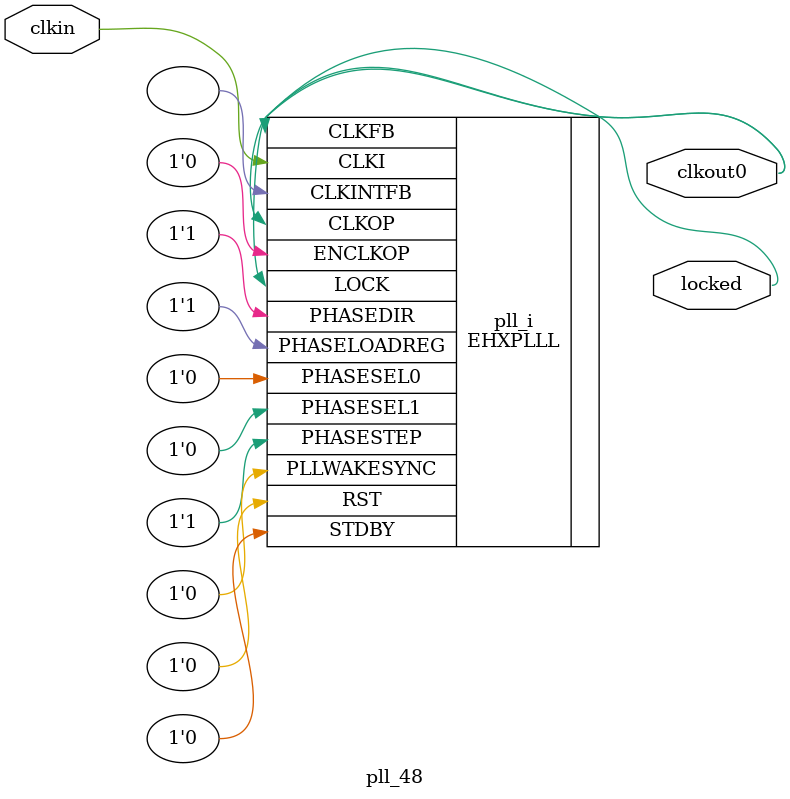
<source format=v>
module pll_48
(
    input wire clkin, // 133.333 MHz, 0 deg
    output wire clkout0, // 48 MHz, 0 deg
    output wire locked
);
(* FREQUENCY_PIN_CLKI="133.333" *)
(* FREQUENCY_PIN_CLKOP="48" *)
(* ICP_CURRENT="12" *) (* LPF_RESISTOR="8" *) (* MFG_ENABLE_FILTEROPAMP="1" *) (* MFG_GMCREF_SEL="2" *)
EHXPLLL #(
        .PLLRST_ENA("DISABLED"),
        .INTFB_WAKE("DISABLED"),
        .STDBY_ENABLE("DISABLED"),
        .DPHASE_SOURCE("DISABLED"),
        .OUTDIVIDER_MUXA("DIVA"),
        .OUTDIVIDER_MUXB("DIVB"),
        .OUTDIVIDER_MUXC("DIVC"),
        .OUTDIVIDER_MUXD("DIVD"),
        .CLKI_DIV(25),
        .CLKOP_ENABLE("ENABLED"),
        .CLKOP_DIV(13),
        .CLKOP_CPHASE(12),
        .CLKOP_FPHASE(0),
        .FEEDBK_PATH("CLKOP"),
        .CLKFB_DIV(9)
    ) pll_i (
        .RST(1'b0),
        .STDBY(1'b0),
        .CLKI(clkin),
        .CLKOP(clkout0),
        .CLKFB(clkout0),
        .CLKINTFB(),
        .PHASESEL0(1'b0),
        .PHASESEL1(1'b0),
        .PHASEDIR(1'b1),
        .PHASESTEP(1'b1),
        .PHASELOADREG(1'b1),
        .PLLWAKESYNC(1'b0),
        .ENCLKOP(1'b0),
        .LOCK(locked)
	);
endmodule

</source>
